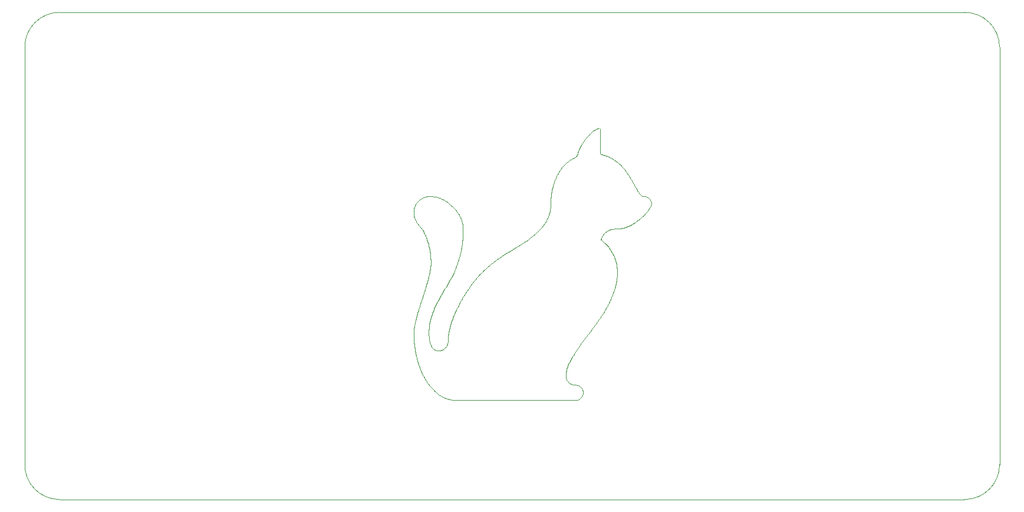
<source format=gbr>
%TF.GenerationSoftware,KiCad,Pcbnew,(6.0.4-0)*%
%TF.CreationDate,2022-05-03T11:23:51+02:00*%
%TF.ProjectId,AluminumCover,416c756d-696e-4756-9d43-6f7665722e6b,rev?*%
%TF.SameCoordinates,Original*%
%TF.FileFunction,Profile,NP*%
%FSLAX46Y46*%
G04 Gerber Fmt 4.6, Leading zero omitted, Abs format (unit mm)*
G04 Created by KiCad (PCBNEW (6.0.4-0)) date 2022-05-03 11:23:51*
%MOMM*%
%LPD*%
G01*
G04 APERTURE LIST*
%ADD10C,0.100000*%
%TA.AperFunction,Profile*%
%ADD11C,0.100000*%
%TD*%
G04 APERTURE END LIST*
D10*
X158720606Y-113155984D02*
X158723970Y-113264933D01*
X158734081Y-113370651D01*
X158750963Y-113473078D01*
X158774642Y-113572156D01*
X158805144Y-113667823D01*
X158856470Y-113789974D01*
X158920030Y-113905818D01*
X158995884Y-114015215D01*
X159060880Y-114092947D01*
X159108084Y-114142680D01*
D11*
X163769522Y-93641545D02*
X163845675Y-93703840D01*
X216020000Y-130990000D02*
X86020000Y-130990000D01*
D10*
X137947151Y-91956335D02*
X137874700Y-91871400D01*
X137805436Y-91792260D01*
X137736644Y-91714861D01*
X137660259Y-91629865D01*
X137540100Y-88091137D02*
X137624935Y-88009910D01*
X137712124Y-87933931D01*
X137801681Y-87863197D01*
X137893618Y-87797707D01*
X137987950Y-87737462D01*
X138084689Y-87682460D01*
X138183849Y-87632700D01*
X138285444Y-87588181D01*
X138389487Y-87548903D01*
X138495990Y-87514865D01*
X138604969Y-87486066D01*
X138716435Y-87462505D01*
X138830403Y-87444181D01*
X138946885Y-87431093D01*
X139065896Y-87423242D01*
X139187449Y-87420625D01*
D11*
X221020000Y-65990000D02*
X221020000Y-125990000D01*
X163639506Y-77757873D02*
X163639506Y-81226105D01*
D10*
X143963619Y-92206938D02*
X143963135Y-92333185D01*
X143961683Y-92459014D01*
X143959264Y-92584424D01*
X143955878Y-92709414D01*
X143951525Y-92833985D01*
X143946205Y-92958138D01*
X143939919Y-93081872D01*
X143932666Y-93205187D01*
X143924447Y-93328083D01*
X143915261Y-93450561D01*
X143905110Y-93572621D01*
X143893993Y-93694262D01*
X143881910Y-93815485D01*
X143868862Y-93936291D01*
X143854849Y-94056678D01*
X143839871Y-94176647D01*
X143823928Y-94296199D01*
X143807020Y-94415333D01*
X143789148Y-94534049D01*
X143770312Y-94652348D01*
X143750511Y-94770230D01*
X143729747Y-94887695D01*
X143708019Y-95004742D01*
X143685327Y-95121372D01*
X143661672Y-95237586D01*
X143637054Y-95353383D01*
X143611473Y-95468763D01*
X143584929Y-95583726D01*
X143557422Y-95698273D01*
X143528953Y-95812404D01*
X143499522Y-95926118D01*
X143469129Y-96039417D01*
X143521848Y-102709678D02*
X143631242Y-102505215D01*
X143742380Y-102302934D01*
X143855262Y-102102832D01*
X143969887Y-101904910D01*
X144086255Y-101709167D01*
X144204366Y-101515603D01*
X144324219Y-101324218D01*
X144445815Y-101135010D01*
X144569154Y-100947980D01*
X144694234Y-100763128D01*
X144821057Y-100580452D01*
X144949621Y-100399953D01*
X145079926Y-100221630D01*
X145211974Y-100045482D01*
X145345762Y-99871510D01*
X145481291Y-99699713D01*
X145618562Y-99530090D01*
X145757573Y-99362642D01*
X145898324Y-99197367D01*
X146040816Y-99034265D01*
X146185047Y-98873337D01*
X146331019Y-98714581D01*
X146478731Y-98557997D01*
X146628182Y-98403585D01*
X146779372Y-98251344D01*
X146932302Y-98101274D01*
X147086971Y-97953375D01*
X147243378Y-97807646D01*
X147401525Y-97664087D01*
X147561409Y-97522697D01*
X147723032Y-97383477D01*
X147886394Y-97246425D01*
X156052415Y-90689891D02*
X156112261Y-90560619D01*
X156168250Y-90430408D01*
X156220380Y-90299260D01*
X156268652Y-90167178D01*
X156313064Y-90034163D01*
X156353616Y-89900218D01*
X156390308Y-89765344D01*
X156423140Y-89629544D01*
X156452110Y-89492819D01*
X156477220Y-89355173D01*
X156498467Y-89216606D01*
X156515852Y-89077122D01*
X156529375Y-88936722D01*
X156539034Y-88795408D01*
X156544830Y-88653182D01*
X156546763Y-88510047D01*
X169931150Y-87420625D02*
X170039330Y-87425599D01*
X170143716Y-87440573D01*
X170244385Y-87465620D01*
X170341415Y-87500813D01*
X170434881Y-87546226D01*
X170524862Y-87601932D01*
X170611434Y-87668006D01*
X170694674Y-87744522D01*
X161363222Y-108005198D02*
X161295972Y-108093355D01*
X161229320Y-108181369D01*
X161163266Y-108269239D01*
X161097810Y-108356965D01*
X161032952Y-108444546D01*
X160968693Y-108531984D01*
X160905032Y-108619277D01*
X160841969Y-108706426D01*
X160779505Y-108793431D01*
X160717639Y-108880292D01*
X160656373Y-108967008D01*
X160595705Y-109053580D01*
X160535636Y-109140008D01*
X160476166Y-109226291D01*
X160417296Y-109312430D01*
X160359024Y-109398425D01*
X160301352Y-109484275D01*
X160244280Y-109569981D01*
X160187807Y-109655542D01*
X160131934Y-109740959D01*
X160076661Y-109826232D01*
X160021988Y-109911359D01*
X159967915Y-109996343D01*
X159914442Y-110081181D01*
X159809297Y-110250425D01*
X159706553Y-110419090D01*
X159606213Y-110587176D01*
X159508276Y-110754683D01*
X160856731Y-116386103D02*
X160773490Y-116462618D01*
X160686918Y-116528692D01*
X160596938Y-116584398D01*
X160503471Y-116629811D01*
X160406442Y-116665004D01*
X160305772Y-116690051D01*
X160201385Y-116705025D01*
X160093205Y-116710000D01*
X151795025Y-94636528D02*
X151899502Y-94574336D01*
X152001781Y-94512868D01*
X152101861Y-94452123D01*
X152199739Y-94392101D01*
X152295415Y-94332801D01*
X152388887Y-94274223D01*
X152480153Y-94216368D01*
X152569212Y-94159234D01*
X152656063Y-94102822D01*
X152740704Y-94047132D01*
X152863518Y-93964948D01*
X152981352Y-93884387D01*
X153094201Y-93805447D01*
X153202059Y-93728128D01*
X170357489Y-89672478D02*
X170271243Y-89777758D01*
X170180954Y-89882555D01*
X170086614Y-89986865D01*
X169988217Y-90090688D01*
X169885757Y-90194021D01*
X169779229Y-90296862D01*
X169668626Y-90399210D01*
X169553942Y-90501062D01*
X169435171Y-90602418D01*
X169312306Y-90703274D01*
X169185343Y-90803629D01*
X169054274Y-90903481D01*
X168919095Y-91002828D01*
X168779797Y-91101669D01*
X168636377Y-91200001D01*
X168488827Y-91297823D01*
X142252403Y-99146090D02*
X142161267Y-99309126D01*
X142070131Y-99471409D01*
X141978995Y-99632939D01*
X141887861Y-99793715D01*
X141796726Y-99953738D01*
X141705593Y-100113008D01*
X141614461Y-100271524D01*
X141523331Y-100429286D01*
X141432202Y-100586295D01*
X141341075Y-100742550D01*
X141249950Y-100898053D01*
X141158828Y-101052801D01*
X141067708Y-101206796D01*
X140976590Y-101360038D01*
X140885476Y-101512526D01*
X140794365Y-101664261D01*
D11*
X160093205Y-116710000D02*
X142876770Y-116710000D01*
D10*
X167354399Y-83835791D02*
X167425427Y-83938483D01*
X167495403Y-84041012D01*
X167564328Y-84143379D01*
X167632202Y-84245583D01*
X167699024Y-84347625D01*
X167764794Y-84449505D01*
X167829513Y-84551222D01*
X167893181Y-84652777D01*
X167955797Y-84754169D01*
X168017361Y-84855399D01*
X168077874Y-84956468D01*
X168137336Y-85057374D01*
X168195746Y-85158118D01*
X168253105Y-85258701D01*
X168309412Y-85359121D01*
X168364668Y-85459380D01*
X142468145Y-88919098D02*
X142560692Y-89013591D01*
X142650249Y-89108611D01*
X142736821Y-89204157D01*
X142820410Y-89300232D01*
X142901019Y-89396834D01*
X142978653Y-89493965D01*
X143053314Y-89591626D01*
X143125006Y-89689816D01*
X143193732Y-89788537D01*
X143259495Y-89887790D01*
X143322300Y-89987574D01*
X143382148Y-90087890D01*
X143439045Y-90188739D01*
X143492992Y-90290122D01*
X143543994Y-90392039D01*
X143592053Y-90494491D01*
X143637174Y-90597478D01*
X143679359Y-90701001D01*
X143718613Y-90805061D01*
X143754937Y-90909657D01*
X143788336Y-91014792D01*
X143818813Y-91120465D01*
X143846372Y-91226677D01*
X143871015Y-91333429D01*
X143892747Y-91440720D01*
X143911570Y-91548553D01*
X143927487Y-91656927D01*
X143940504Y-91765842D01*
X143950621Y-91875301D01*
X143957844Y-91985302D01*
X143962176Y-92095848D01*
X143963619Y-92206938D01*
X159108084Y-114142680D02*
X159183154Y-114212479D01*
X159261976Y-114275303D01*
X159372803Y-114348258D01*
X159490047Y-114408912D01*
X159613565Y-114457322D01*
X159710234Y-114485629D01*
X159810291Y-114507104D01*
X159913673Y-114521771D01*
X160020321Y-114529656D01*
X160093205Y-114531156D01*
D11*
X163639524Y-77757873D02*
G75*
G03*
X163446870Y-77614060I-150024J-27D01*
G01*
X163639497Y-81226105D02*
G75*
G03*
X163756396Y-81372405I150003J5D01*
G01*
D10*
X139409762Y-108933886D02*
X139481754Y-109049175D01*
X139558378Y-109154332D01*
X139639637Y-109249092D01*
X139725538Y-109333191D01*
X139816084Y-109406366D01*
X139911281Y-109468355D01*
X140011134Y-109518892D01*
X140115648Y-109557715D01*
X140224828Y-109584560D01*
X140338679Y-109599164D01*
X140417177Y-109601969D01*
X171018000Y-88510047D02*
X171004602Y-88610869D01*
X170972524Y-88714205D01*
X170926787Y-88821916D01*
X170873150Y-88927556D01*
X170862838Y-88946387D01*
X168364668Y-85459380D02*
X168419727Y-85559741D01*
X168474054Y-85658032D01*
X168527647Y-85754250D01*
X168580507Y-85848395D01*
X168632634Y-85940464D01*
X168684027Y-86030456D01*
X168734687Y-86118370D01*
X168809301Y-86246342D01*
X168882266Y-86369629D01*
X168953580Y-86488226D01*
X169023245Y-86602130D01*
X169091259Y-86711334D01*
X169157624Y-86815835D01*
X157492310Y-84357585D02*
X157551794Y-84242299D01*
X157612941Y-84129210D01*
X157675752Y-84018314D01*
X157740226Y-83909612D01*
X157806363Y-83803101D01*
X157874165Y-83698780D01*
X157943630Y-83596648D01*
X158014760Y-83496702D01*
X158087554Y-83398942D01*
X158162013Y-83303365D01*
X158238137Y-83209971D01*
X158315926Y-83118757D01*
X158395381Y-83029723D01*
X158476501Y-82942867D01*
X158559286Y-82858187D01*
X158643738Y-82775682D01*
X158729855Y-82695350D01*
X158817640Y-82617190D01*
X158907090Y-82541200D01*
X158998208Y-82467379D01*
X159090992Y-82395725D01*
X159185444Y-82326237D01*
X159281563Y-82258914D01*
X159379349Y-82193752D01*
X159478804Y-82130753D01*
X159579926Y-82069913D01*
X159682717Y-82011231D01*
X159787176Y-81954705D01*
X159893304Y-81900335D01*
X160001101Y-81848119D01*
X160110566Y-81798055D01*
X160221702Y-81750142D01*
D11*
X81020000Y-125990000D02*
X81020000Y-65990000D01*
D10*
X166098957Y-98368422D02*
X166098221Y-98472378D01*
X166096014Y-98576578D01*
X166092334Y-98681022D01*
X166087182Y-98785710D01*
X166080555Y-98890642D01*
X166072454Y-98995820D01*
X166062878Y-99101241D01*
X166051826Y-99206908D01*
X166039296Y-99312820D01*
X166025290Y-99418977D01*
X166009805Y-99525379D01*
X165992841Y-99632027D01*
X165974398Y-99738921D01*
X165954474Y-99846061D01*
X165933069Y-99953447D01*
X165910183Y-100061079D01*
X165885813Y-100168958D01*
X165859960Y-100277084D01*
X165832624Y-100385456D01*
X165803802Y-100494076D01*
X165773495Y-100602943D01*
X165741701Y-100712058D01*
X165708421Y-100821420D01*
X165673653Y-100931029D01*
X165637396Y-101040887D01*
X165599650Y-101150993D01*
X165560415Y-101261348D01*
X165519688Y-101371951D01*
X165477471Y-101482803D01*
X165433761Y-101593904D01*
X165388558Y-101705253D01*
X165341862Y-101816853D01*
X139187449Y-87420625D02*
X139298285Y-87422070D01*
X139408578Y-87426409D01*
X139518330Y-87433644D01*
X139627540Y-87443780D01*
X139736209Y-87456820D01*
X139844338Y-87472767D01*
X139951927Y-87491624D01*
X140058978Y-87513395D01*
X140165490Y-87538084D01*
X140271465Y-87565694D01*
X140376902Y-87596228D01*
X140481803Y-87629690D01*
X140586169Y-87666083D01*
X140689999Y-87705411D01*
X140793294Y-87747678D01*
X140896056Y-87792886D01*
X140998284Y-87841039D01*
X141099980Y-87892140D01*
X141201144Y-87946194D01*
X141301776Y-88003203D01*
X141401878Y-88063171D01*
X141501449Y-88126102D01*
X141600491Y-88191998D01*
X141699004Y-88260864D01*
X141796989Y-88332702D01*
X141894446Y-88407517D01*
X141991376Y-88485311D01*
X142087780Y-88566088D01*
X142183658Y-88649852D01*
X142279011Y-88736606D01*
X142373840Y-88826353D01*
X142468145Y-88919098D01*
X165849355Y-82328546D02*
X165966028Y-82416594D01*
X166079665Y-82505469D01*
X166190272Y-82595170D01*
X166297851Y-82685694D01*
X166402409Y-82777041D01*
X166503949Y-82869210D01*
X166602476Y-82962198D01*
X166697995Y-83056006D01*
X166790510Y-83150631D01*
X166880026Y-83246072D01*
X166966548Y-83342328D01*
X167050079Y-83439398D01*
X167130626Y-83537281D01*
X167208191Y-83635975D01*
X167282781Y-83735478D01*
X167354399Y-83835791D01*
X169523099Y-87253176D02*
X169606742Y-87314969D01*
X169706347Y-87369945D01*
X169810000Y-87405909D01*
X169917461Y-87420437D01*
X169931150Y-87420625D01*
X137174057Y-105180701D02*
X137213458Y-105025155D01*
X137255262Y-104864769D01*
X137299469Y-104699542D01*
X137346080Y-104529472D01*
X137395096Y-104354559D01*
X137446518Y-104174800D01*
X137500348Y-103990196D01*
X137556586Y-103800743D01*
X137585608Y-103704199D01*
X137615233Y-103606442D01*
X137645461Y-103507472D01*
X137676291Y-103407290D01*
X137707724Y-103305895D01*
X137739760Y-103203287D01*
X137772399Y-103099466D01*
X137805641Y-102994432D01*
X137839487Y-102888184D01*
X137873936Y-102780723D01*
X137908989Y-102672048D01*
X137944646Y-102562158D01*
X137980906Y-102451055D01*
X138017771Y-102338738D01*
X138055240Y-102225206D01*
X138093313Y-102110460D01*
D11*
X160221711Y-81750164D02*
G75*
G03*
X160309946Y-81646124I-57811J138464D01*
G01*
D10*
X143469129Y-96039417D02*
X143437887Y-96152446D01*
X143406206Y-96264443D01*
X143374086Y-96375409D01*
X143341527Y-96485343D01*
X143308529Y-96594247D01*
X143275093Y-96702120D01*
X143241218Y-96808963D01*
X143206905Y-96914775D01*
X143172154Y-97019558D01*
X143136965Y-97123312D01*
X143101339Y-97226036D01*
X143065275Y-97327732D01*
X143028773Y-97428399D01*
X142991835Y-97528038D01*
X142954459Y-97626649D01*
X142916647Y-97724233D01*
X142878399Y-97820790D01*
X142839713Y-97916320D01*
X142800592Y-98010823D01*
X142761035Y-98104300D01*
X142721041Y-98196751D01*
X142639748Y-98378576D01*
X142556714Y-98556302D01*
X142471940Y-98729930D01*
X142385427Y-98899463D01*
X142297178Y-99064903D01*
X142252403Y-99146090D01*
X160093205Y-114531156D02*
X160201385Y-114536130D01*
X160305772Y-114551104D01*
X160406442Y-114576151D01*
X160503471Y-114611344D01*
X160596938Y-114656757D01*
X160686918Y-114712464D01*
X160773490Y-114778538D01*
X160856731Y-114855054D01*
X137660259Y-91629865D02*
X137574427Y-91531374D01*
X137492665Y-91430607D01*
X137414972Y-91327563D01*
X137341345Y-91222242D01*
X137271783Y-91114644D01*
X137206285Y-91004769D01*
X137144848Y-90892617D01*
X137087472Y-90778188D01*
X168488827Y-91297823D02*
X168341074Y-91391402D01*
X168194316Y-91478791D01*
X168048548Y-91560011D01*
X167903765Y-91635082D01*
X167759964Y-91704026D01*
X167617142Y-91766864D01*
X167475293Y-91823617D01*
X167334415Y-91874306D01*
X167194502Y-91918953D01*
X167055552Y-91957578D01*
X166917560Y-91990203D01*
X166780522Y-92016849D01*
X166644434Y-92037537D01*
X166509292Y-92052287D01*
X166375093Y-92061122D01*
X166241832Y-92064063D01*
X153202059Y-93728128D02*
X153310972Y-93647802D01*
X153425538Y-93560735D01*
X153505054Y-93498951D01*
X153587079Y-93434178D01*
X153671612Y-93366419D01*
X153758650Y-93295678D01*
X153848193Y-93221957D01*
X153940239Y-93145258D01*
X154034787Y-93065586D01*
X154131835Y-92982943D01*
X154231382Y-92897331D01*
X154333425Y-92808755D01*
X154437965Y-92717216D01*
X154544999Y-92622717D01*
X154654526Y-92525263D01*
X170862838Y-88946387D02*
X170807106Y-89042698D01*
X170742873Y-89145330D01*
X170685317Y-89231998D01*
X170622241Y-89322733D01*
X170553609Y-89417545D01*
X170479385Y-89516444D01*
X170399535Y-89619440D01*
X170357489Y-89672478D01*
X141623182Y-108881594D02*
X141676122Y-108791770D01*
X141720873Y-108695102D01*
X141748630Y-108601416D01*
D11*
X86020000Y-60990000D02*
G75*
G03*
X81020000Y-65990000I0J-5000000D01*
G01*
D10*
X138093313Y-102110460D02*
X138131497Y-101995354D01*
X138169085Y-101881440D01*
X138206077Y-101768719D01*
X138242472Y-101657190D01*
X138278270Y-101546855D01*
X138313472Y-101437712D01*
X138348077Y-101329762D01*
X138382084Y-101223005D01*
X138415495Y-101117442D01*
X138448308Y-101013072D01*
X138480523Y-100909896D01*
X138512140Y-100807914D01*
X138543160Y-100707126D01*
X138573581Y-100607531D01*
X138603404Y-100509132D01*
X138632629Y-100411926D01*
X138661255Y-100315916D01*
X138716711Y-100127479D01*
X138769771Y-99943822D01*
X138820434Y-99764947D01*
X138868697Y-99590855D01*
X138914561Y-99421547D01*
X138958024Y-99257024D01*
X138999084Y-99097288D01*
X139018713Y-99019216D01*
X159508276Y-110754683D02*
X159413937Y-110921725D01*
X159325484Y-111086537D01*
X159242943Y-111249112D01*
X159166342Y-111409444D01*
X159095709Y-111567525D01*
X159031073Y-111723350D01*
X158972460Y-111876910D01*
X158919898Y-112028200D01*
X158873416Y-112177213D01*
X158833042Y-112323943D01*
X158798802Y-112468382D01*
X158770726Y-112610523D01*
X158748840Y-112750361D01*
X158733173Y-112887888D01*
X158723752Y-113023098D01*
X158720606Y-113155984D01*
D11*
X81020000Y-125990000D02*
G75*
G03*
X86020000Y-130990000I5000000J0D01*
G01*
D10*
X166241832Y-92064063D02*
X166124645Y-92065453D01*
X166009911Y-92069637D01*
X165897645Y-92076632D01*
X165787862Y-92086453D01*
X165680575Y-92099120D01*
X165575801Y-92114648D01*
X165473553Y-92133055D01*
X165373848Y-92154359D01*
X165276699Y-92178576D01*
X165135801Y-92220401D01*
X165000740Y-92268877D01*
X164871565Y-92324063D01*
X164748327Y-92386017D01*
X164669491Y-92431108D01*
X139018713Y-99019216D02*
X139056070Y-98867046D01*
X139091091Y-98719421D01*
X139123764Y-98576352D01*
X139154079Y-98437851D01*
X139182027Y-98303928D01*
X139207597Y-98174595D01*
X139230779Y-98049862D01*
X139251564Y-97929741D01*
X139269942Y-97814242D01*
X139285901Y-97703378D01*
X139299433Y-97597159D01*
X139310527Y-97495595D01*
X139322575Y-97352005D01*
X139329081Y-97218953D01*
X139330324Y-97136125D01*
X170694674Y-87744522D02*
X170771041Y-87827930D01*
X170836993Y-87914686D01*
X170892600Y-88004872D01*
X170937936Y-88098567D01*
X170973072Y-88195851D01*
X170998080Y-88296806D01*
X171013032Y-88401511D01*
X171018000Y-88510047D01*
X161814993Y-78880315D02*
X161888148Y-78797331D01*
X161960597Y-78717114D01*
X162032337Y-78639656D01*
X162103370Y-78564950D01*
X162173693Y-78492989D01*
X162277847Y-78390177D01*
X162380402Y-78293500D01*
X162481356Y-78202932D01*
X162580707Y-78118448D01*
X162678452Y-78040024D01*
X162774590Y-77967635D01*
X162869119Y-77901256D01*
X162900271Y-77880461D01*
X141748630Y-108601416D02*
X141766472Y-108501853D01*
X141780661Y-108394494D01*
X141788419Y-108292165D01*
X141789916Y-108226797D01*
D11*
X216020000Y-130990000D02*
G75*
G03*
X221020000Y-125990000I0J5000000D01*
G01*
D10*
X163756395Y-81372407D02*
X163900470Y-81407024D01*
X164042765Y-81444994D01*
X164183282Y-81486316D01*
X164322023Y-81530989D01*
X164458992Y-81579015D01*
X164594191Y-81630393D01*
X164727621Y-81685123D01*
X164859287Y-81743205D01*
X164989189Y-81804639D01*
X165117331Y-81869426D01*
X165243715Y-81937565D01*
X165368344Y-82009056D01*
X165491220Y-82083900D01*
X165612345Y-82162096D01*
X165731722Y-82243644D01*
X165849355Y-82328546D01*
X162900271Y-77880461D02*
X162990874Y-77823124D01*
X163079533Y-77771737D01*
X163183376Y-77717801D01*
X163284461Y-77672150D01*
X163382811Y-77634631D01*
X163446870Y-77614060D01*
X160856731Y-114855054D02*
X160933098Y-114938461D01*
X160999049Y-115025217D01*
X161054657Y-115115402D01*
X161099993Y-115209097D01*
X161135129Y-115306381D01*
X161160137Y-115407336D01*
X161175089Y-115512041D01*
X161180057Y-115620578D01*
X139044574Y-106994500D02*
X139045929Y-107152341D01*
X139050016Y-107305445D01*
X139056861Y-107453782D01*
X139066494Y-107597319D01*
X139078942Y-107736024D01*
X139094233Y-107869867D01*
X139112396Y-107998815D01*
X139133460Y-108122837D01*
X139157452Y-108241902D01*
X139184400Y-108355977D01*
X139214333Y-108465032D01*
X139247280Y-108569034D01*
X139283268Y-108667952D01*
X139322325Y-108761754D01*
X139386728Y-108892797D01*
X139409762Y-108933886D01*
X139330324Y-97136125D02*
X139329112Y-96954673D01*
X139325475Y-96774837D01*
X139319412Y-96596619D01*
X139310921Y-96420019D01*
X139300002Y-96245038D01*
X139286653Y-96071679D01*
X139270873Y-95899941D01*
X139252660Y-95729826D01*
X139232013Y-95561336D01*
X139208932Y-95394471D01*
X139183413Y-95229233D01*
X139155458Y-95065622D01*
X139125063Y-94903641D01*
X139092228Y-94743290D01*
X139056951Y-94584570D01*
X139019232Y-94427483D01*
X138979068Y-94272029D01*
X138936460Y-94118210D01*
X138891404Y-93966028D01*
X138843901Y-93815482D01*
X138793948Y-93666575D01*
X138741545Y-93519308D01*
X138686691Y-93373681D01*
X138629383Y-93229697D01*
X138569621Y-93087355D01*
X138507403Y-92946658D01*
X138442728Y-92807606D01*
X138375595Y-92670201D01*
X138306003Y-92534444D01*
X138233950Y-92400336D01*
X138159435Y-92267878D01*
X138082457Y-92137072D01*
X138032022Y-92061776D02*
X137968881Y-91982420D01*
X137947151Y-91956335D01*
X163512491Y-105101406D02*
X163445317Y-105195060D01*
X163378145Y-105288527D01*
X163310973Y-105381806D01*
X163243803Y-105474898D01*
X163176632Y-105567802D01*
X163109463Y-105660519D01*
X163042294Y-105753048D01*
X162975126Y-105845389D01*
X162907959Y-105937542D01*
X162840792Y-106029508D01*
X162773626Y-106121286D01*
X162706460Y-106212876D01*
X162639295Y-106304278D01*
X162572130Y-106395493D01*
X162504966Y-106486519D01*
X162437802Y-106577358D01*
X162370639Y-106668008D01*
X162303476Y-106758471D01*
X162236313Y-106848746D01*
X162169151Y-106938833D01*
X162101989Y-107028731D01*
X162034827Y-107118442D01*
X161967666Y-107207964D01*
X161900505Y-107297299D01*
X161833344Y-107386445D01*
X161766183Y-107475403D01*
X161699023Y-107564173D01*
X161631862Y-107652754D01*
X161564702Y-107741147D01*
X161497542Y-107829352D01*
X161430382Y-107917369D01*
X161363222Y-108005198D01*
X163845675Y-93703840D02*
X163984568Y-93820264D01*
X164119027Y-93938564D01*
X164249054Y-94058741D01*
X164374649Y-94180797D01*
X164495815Y-94304734D01*
X164612553Y-94430553D01*
X164724864Y-94558256D01*
X164832751Y-94687846D01*
X164936216Y-94819323D01*
X165035258Y-94952690D01*
X165129882Y-95087948D01*
X165220087Y-95225099D01*
X165305876Y-95364145D01*
X165387250Y-95505088D01*
X165464212Y-95647930D01*
X165536761Y-95792671D01*
X165604902Y-95939315D01*
X165668634Y-96087862D01*
X165727959Y-96238315D01*
X165782880Y-96390676D01*
X165833398Y-96544945D01*
X165879514Y-96701125D01*
X165921230Y-96859219D01*
X165958548Y-97019226D01*
X165991470Y-97181150D01*
X166019997Y-97344992D01*
X166044130Y-97510754D01*
X166063872Y-97678437D01*
X166079224Y-97848044D01*
X166090188Y-98019575D01*
X166096765Y-98193034D01*
X166098957Y-98368422D01*
X140417177Y-109601969D02*
X140525689Y-109598584D01*
X140630481Y-109588397D01*
X140731464Y-109571355D01*
X140860028Y-109537877D01*
X140981451Y-109491995D01*
X141095521Y-109433585D01*
X141202028Y-109362523D01*
X141300760Y-109278685D01*
X141369580Y-109207349D01*
X151552568Y-94797404D02*
X151645185Y-94742623D01*
X151732877Y-94682185D01*
X151795025Y-94636528D01*
X141789916Y-108226797D02*
X141791589Y-108086906D01*
X141796611Y-107944929D01*
X141804985Y-107800864D01*
X141816715Y-107654711D01*
X141831805Y-107506467D01*
X141850257Y-107356132D01*
X141872075Y-107203705D01*
X141897264Y-107049185D01*
X141925826Y-106892570D01*
X141957764Y-106733859D01*
X141993083Y-106573052D01*
X142031786Y-106410146D01*
X142073876Y-106245142D01*
X142119357Y-106078036D01*
X142168232Y-105908830D01*
X142220505Y-105737521D01*
X142276180Y-105564108D01*
X142335259Y-105388590D01*
X142397747Y-105210966D01*
X142463647Y-105031235D01*
X142532962Y-104849395D01*
X142605696Y-104665446D01*
X142681853Y-104479386D01*
X142761435Y-104291215D01*
X142844447Y-104100930D01*
X142930891Y-103908531D01*
X143020773Y-103714017D01*
X143114094Y-103517387D01*
X143210858Y-103318639D01*
X143311070Y-103117772D01*
X143414732Y-102914785D01*
X143521848Y-102709678D01*
X141369580Y-109207349D02*
X141435844Y-109130799D01*
X141504293Y-109046915D01*
X141564806Y-108966910D01*
X141623182Y-108881594D01*
X147886394Y-97246425D02*
X147977612Y-97172405D01*
X148070333Y-97098222D01*
X148164557Y-97023877D01*
X148260286Y-96949368D01*
X148357518Y-96874697D01*
X148456255Y-96799863D01*
X148556496Y-96724866D01*
X148658243Y-96649707D01*
X148761495Y-96574385D01*
X148866252Y-96498901D01*
X148972516Y-96423255D01*
X149080286Y-96347447D01*
X149189563Y-96271476D01*
X149300348Y-96195344D01*
X149412639Y-96119050D01*
X149526439Y-96042595D01*
X149641746Y-95965978D01*
X149758562Y-95889199D01*
X149876887Y-95812259D01*
X149996721Y-95735158D01*
X150118065Y-95657896D01*
X150240918Y-95580472D01*
X150365282Y-95502888D01*
X150491156Y-95425143D01*
X150618541Y-95347237D01*
X150747437Y-95269170D01*
X150877844Y-95190943D01*
X151009764Y-95112556D01*
X151143196Y-95034008D01*
X151278140Y-94955300D01*
X151414597Y-94876432D01*
X151552568Y-94797404D01*
X140794365Y-101664261D02*
X140703146Y-101817889D01*
X140613746Y-101972576D01*
X140526165Y-102128321D01*
X140440401Y-102285123D01*
X140356456Y-102442982D01*
X140274329Y-102601898D01*
X140194021Y-102761871D01*
X140115531Y-102922901D01*
X140038859Y-103084987D01*
X139964005Y-103248130D01*
X139890970Y-103412329D01*
X139819753Y-103577583D01*
X139750354Y-103743894D01*
X139682774Y-103911259D01*
X139617012Y-104079680D01*
X139553069Y-104249157D01*
X160309947Y-81646124D02*
X160355278Y-81468764D01*
X160407060Y-81292003D01*
X160465302Y-81115841D01*
X160530015Y-80940278D01*
X160601208Y-80765315D01*
X160678893Y-80590951D01*
X160763079Y-80417187D01*
X160853776Y-80244023D01*
X160950995Y-80071458D01*
X161002053Y-79985401D01*
X161054746Y-79899494D01*
X161109074Y-79813737D01*
X161165039Y-79728130D01*
X161222642Y-79642673D01*
X161281884Y-79557366D01*
X161342767Y-79472209D01*
X161405292Y-79387202D01*
X161469460Y-79302345D01*
X161535272Y-79217639D01*
X161602731Y-79133082D01*
X161671836Y-79048676D01*
X161742589Y-78964420D01*
X161814993Y-78880315D01*
X165341862Y-101816853D02*
X165293881Y-101928837D01*
X165245307Y-102040217D01*
X165196141Y-102150992D01*
X165146382Y-102261164D01*
X165096030Y-102370732D01*
X165045086Y-102479696D01*
X164993549Y-102588057D01*
X164941419Y-102695815D01*
X164888697Y-102802969D01*
X164835381Y-102909520D01*
X164781473Y-103015469D01*
X164726973Y-103120815D01*
X164671879Y-103225558D01*
X164616193Y-103329699D01*
X164559915Y-103433237D01*
X164503043Y-103536174D01*
X164445579Y-103638508D01*
X164387522Y-103740241D01*
X164328872Y-103841373D01*
X164269630Y-103941902D01*
X164209795Y-104041831D01*
X164149367Y-104141158D01*
X164088347Y-104239885D01*
X164026733Y-104338011D01*
X163964528Y-104435536D01*
X163901729Y-104532460D01*
X163838338Y-104628784D01*
X163774354Y-104724508D01*
X163709777Y-104819632D01*
X163644607Y-104914156D01*
X163578845Y-105008081D01*
X163512491Y-105101406D01*
D11*
X86020000Y-60990000D02*
X216020000Y-60990000D01*
D10*
X169157624Y-86815835D02*
X169213811Y-86900393D01*
X169281619Y-86994216D01*
X169349902Y-87079445D01*
X169418723Y-87155814D01*
X169499777Y-87233360D01*
X169523099Y-87253176D01*
X137087472Y-90778188D02*
X137037063Y-90663973D01*
X136993233Y-90545473D01*
X136956028Y-90422650D01*
X136925489Y-90295466D01*
X136906986Y-90197192D01*
X136892276Y-90096427D01*
X136881378Y-89993155D01*
X136874310Y-89887359D01*
X136871090Y-89779023D01*
X136870875Y-89742344D01*
D11*
X221020000Y-65990000D02*
G75*
G03*
X216020000Y-60990000I-5000000J0D01*
G01*
D10*
X154654526Y-92525263D02*
X154765876Y-92423534D01*
X154874039Y-92320072D01*
X154979013Y-92214877D01*
X155080796Y-92107949D01*
X155179385Y-91999289D01*
X155274778Y-91888897D01*
X155366972Y-91776775D01*
X155455966Y-91662922D01*
X155541756Y-91547340D01*
X155624342Y-91430029D01*
X155703720Y-91310989D01*
X155779888Y-91190222D01*
X155852843Y-91067728D01*
X155922585Y-90943508D01*
X155989109Y-90817562D01*
X156052415Y-90689891D01*
X139768951Y-115307825D02*
X139681214Y-115218482D01*
X139594785Y-115127608D01*
X139509666Y-115035204D01*
X139425855Y-114941267D01*
X139343354Y-114845798D01*
X139262164Y-114748795D01*
X139182284Y-114650258D01*
X139103716Y-114550185D01*
X139026459Y-114448576D01*
X138950515Y-114345430D01*
X138875884Y-114240746D01*
X138802566Y-114134524D01*
X138730562Y-114026761D01*
X138659872Y-113917459D01*
X138590497Y-113806615D01*
X138522438Y-113694230D01*
X138455695Y-113580301D01*
X138390268Y-113464829D01*
X138326159Y-113347812D01*
X138263367Y-113229250D01*
X138201893Y-113109142D01*
X138141738Y-112987486D01*
X138082901Y-112864283D01*
X138025385Y-112739531D01*
X137969189Y-112613229D01*
X137914313Y-112485377D01*
X137860759Y-112355974D01*
X137808526Y-112225018D01*
X137757616Y-112092510D01*
X137708028Y-111958448D01*
X137659764Y-111822832D01*
X137612824Y-111685660D01*
X137612824Y-111685660D02*
X137567201Y-111547258D01*
X137523025Y-111408328D01*
X137480295Y-111268871D01*
X137439012Y-111128887D01*
X137399174Y-110988374D01*
X137360783Y-110847333D01*
X137323839Y-110705764D01*
X137288342Y-110563667D01*
X137254291Y-110421042D01*
X137221688Y-110277887D01*
X137190533Y-110134204D01*
X137160824Y-109989993D01*
X137132564Y-109845252D01*
X137105751Y-109699982D01*
X137080386Y-109554183D01*
X137056469Y-109407855D01*
X137034001Y-109260997D01*
X137012981Y-109113609D01*
X136993409Y-108965692D01*
X136975287Y-108817245D01*
X136958613Y-108668268D01*
X136943388Y-108518760D01*
X136929613Y-108368723D01*
X136917287Y-108218155D01*
X136906410Y-108067056D01*
X136896983Y-107915427D01*
X136889006Y-107763267D01*
X136882479Y-107610576D01*
X136877402Y-107457354D01*
X136873776Y-107303600D01*
X136871600Y-107149316D01*
X136870875Y-106994500D01*
X164669491Y-92431108D02*
X164555814Y-92504765D01*
X164448809Y-92584984D01*
X164348475Y-92671718D01*
X164254807Y-92764919D01*
X164167804Y-92864541D01*
X164087462Y-92970537D01*
X164013778Y-93082862D01*
X163946750Y-93201467D01*
X163886374Y-93326308D01*
X163832649Y-93457336D01*
X163800526Y-93548104D01*
X142876770Y-116710000D02*
X142770683Y-116708646D01*
X142665181Y-116704584D01*
X142560265Y-116697810D01*
X142455932Y-116688321D01*
X142352183Y-116676114D01*
X142249016Y-116661186D01*
X142146431Y-116643534D01*
X142044427Y-116623154D01*
X141943004Y-116600044D01*
X141842161Y-116574200D01*
X141741897Y-116545620D01*
X141642212Y-116514301D01*
X141543104Y-116480238D01*
X141444574Y-116443430D01*
X141346620Y-116403873D01*
X141249242Y-116361564D01*
X141152439Y-116316499D01*
X141056211Y-116268677D01*
X140960556Y-116218093D01*
X140865475Y-116164745D01*
X140770966Y-116108629D01*
X140677028Y-116049743D01*
X140583662Y-115988084D01*
X140490866Y-115923647D01*
X140398640Y-115856431D01*
X140306983Y-115786432D01*
X140215894Y-115713647D01*
X140125373Y-115638073D01*
X140035418Y-115559707D01*
X139946030Y-115478545D01*
X139857208Y-115394586D01*
X139768951Y-115307825D01*
X139553069Y-104249157D02*
X139491579Y-104420442D01*
X139434040Y-104591773D01*
X139380454Y-104763149D01*
X139330822Y-104934568D01*
X139285148Y-105106029D01*
X139243434Y-105277530D01*
X139205682Y-105449071D01*
X139171893Y-105620649D01*
X139142071Y-105792265D01*
X139116218Y-105963916D01*
X139094336Y-106135602D01*
X139076428Y-106307320D01*
X139062495Y-106479071D01*
X139052540Y-106650851D01*
X139046566Y-106822661D01*
X139044574Y-106994500D01*
X161180057Y-115620578D02*
X161175089Y-115729114D01*
X161160137Y-115833819D01*
X161135129Y-115934774D01*
X161099993Y-116032058D01*
X161054657Y-116125753D01*
X160999049Y-116215938D01*
X160933098Y-116302695D01*
X160856731Y-116386103D01*
X156546763Y-88510047D02*
X156547688Y-88367956D01*
X156550464Y-88226665D01*
X156555090Y-88086173D01*
X156561566Y-87946480D01*
X156569891Y-87807586D01*
X156580066Y-87669490D01*
X156592089Y-87532191D01*
X156605960Y-87395689D01*
X156621679Y-87259985D01*
X156639245Y-87125076D01*
X156658658Y-86990963D01*
X156679918Y-86857645D01*
X156703025Y-86725122D01*
X156727977Y-86593393D01*
X156754775Y-86462459D01*
X156783417Y-86332317D01*
X156813905Y-86202969D01*
X156846236Y-86074413D01*
X156880412Y-85946649D01*
X156916431Y-85819677D01*
X156954293Y-85693496D01*
X156993998Y-85568105D01*
X157035545Y-85443505D01*
X157078934Y-85319694D01*
X157124165Y-85196673D01*
X157171237Y-85074440D01*
X157220149Y-84952996D01*
X157270902Y-84832340D01*
X157323495Y-84712471D01*
X157377927Y-84593389D01*
X157434199Y-84475094D01*
X157492310Y-84357585D01*
X136870875Y-106994500D02*
X136873483Y-106878619D01*
X136881333Y-106751640D01*
X136894459Y-106613526D01*
X136912894Y-106464239D01*
X136928152Y-106358489D01*
X136945795Y-106247745D01*
X136965834Y-106131997D01*
X136988280Y-106011233D01*
X137013142Y-105885442D01*
X137040430Y-105754614D01*
X137070156Y-105618737D01*
X137102328Y-105477799D01*
X137136959Y-105331791D01*
X137174057Y-105180701D01*
D11*
X163800526Y-93548104D02*
X163769522Y-93641545D01*
D10*
X136870875Y-89742344D02*
X136873487Y-89620500D01*
X136881323Y-89501204D01*
X136894386Y-89384443D01*
X136912674Y-89270204D01*
X136936190Y-89158473D01*
X136964934Y-89049236D01*
X136998907Y-88942481D01*
X137038110Y-88838194D01*
X137082543Y-88736362D01*
X137132207Y-88636971D01*
X137187104Y-88540007D01*
X137247233Y-88445458D01*
X137312597Y-88353309D01*
X137383195Y-88263549D01*
X137459029Y-88176162D01*
X137540100Y-88091137D01*
X138082457Y-92137072D02*
X138032022Y-92061776D01*
M02*

</source>
